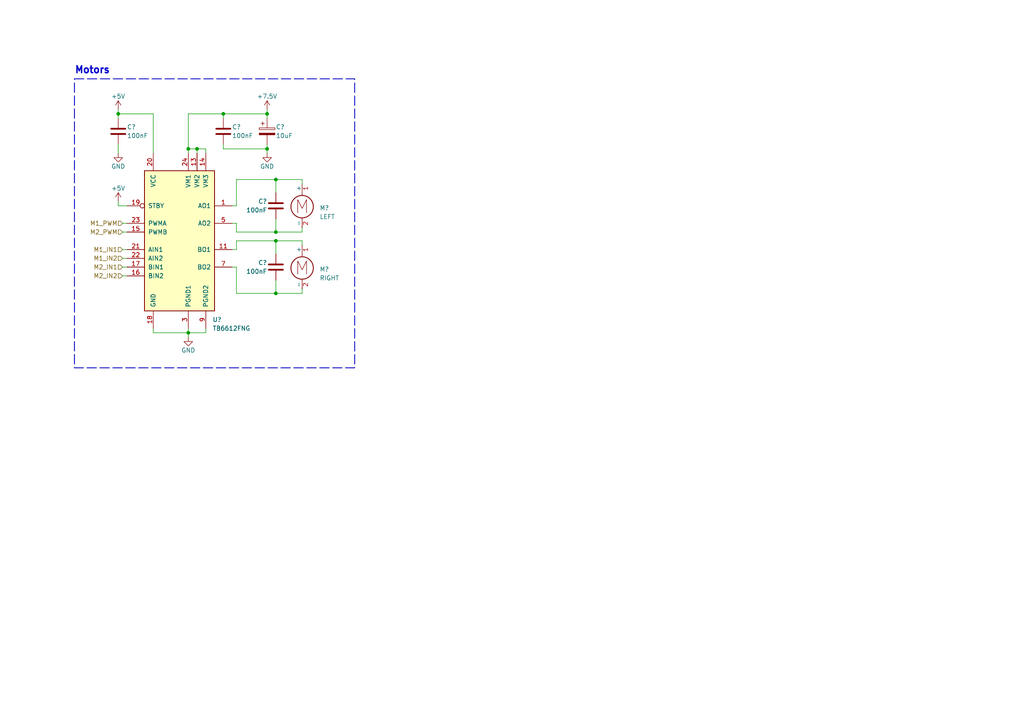
<source format=kicad_sch>
(kicad_sch (version 20230121) (generator eeschema)

  (uuid d4a918a1-7ba6-42fe-a85c-806dff285ce1)

  (paper "A4")

  (lib_symbols
    (symbol "Device:C" (pin_numbers hide) (pin_names (offset 0.254)) (in_bom yes) (on_board yes)
      (property "Reference" "C" (at 0.635 2.54 0)
        (effects (font (size 1.27 1.27)) (justify left))
      )
      (property "Value" "C" (at 0.635 -2.54 0)
        (effects (font (size 1.27 1.27)) (justify left))
      )
      (property "Footprint" "" (at 0.9652 -3.81 0)
        (effects (font (size 1.27 1.27)) hide)
      )
      (property "Datasheet" "~" (at 0 0 0)
        (effects (font (size 1.27 1.27)) hide)
      )
      (property "ki_keywords" "cap capacitor" (at 0 0 0)
        (effects (font (size 1.27 1.27)) hide)
      )
      (property "ki_description" "Unpolarized capacitor" (at 0 0 0)
        (effects (font (size 1.27 1.27)) hide)
      )
      (property "ki_fp_filters" "C_*" (at 0 0 0)
        (effects (font (size 1.27 1.27)) hide)
      )
      (symbol "C_0_1"
        (polyline
          (pts
            (xy -2.032 -0.762)
            (xy 2.032 -0.762)
          )
          (stroke (width 0.508) (type default))
          (fill (type none))
        )
        (polyline
          (pts
            (xy -2.032 0.762)
            (xy 2.032 0.762)
          )
          (stroke (width 0.508) (type default))
          (fill (type none))
        )
      )
      (symbol "C_1_1"
        (pin passive line (at 0 3.81 270) (length 2.794)
          (name "~" (effects (font (size 1.27 1.27))))
          (number "1" (effects (font (size 1.27 1.27))))
        )
        (pin passive line (at 0 -3.81 90) (length 2.794)
          (name "~" (effects (font (size 1.27 1.27))))
          (number "2" (effects (font (size 1.27 1.27))))
        )
      )
    )
    (symbol "Device:C_Polarized" (pin_numbers hide) (pin_names (offset 0.254)) (in_bom yes) (on_board yes)
      (property "Reference" "C" (at 0.635 2.54 0)
        (effects (font (size 1.27 1.27)) (justify left))
      )
      (property "Value" "C_Polarized" (at 0.635 -2.54 0)
        (effects (font (size 1.27 1.27)) (justify left))
      )
      (property "Footprint" "" (at 0.9652 -3.81 0)
        (effects (font (size 1.27 1.27)) hide)
      )
      (property "Datasheet" "~" (at 0 0 0)
        (effects (font (size 1.27 1.27)) hide)
      )
      (property "ki_keywords" "cap capacitor" (at 0 0 0)
        (effects (font (size 1.27 1.27)) hide)
      )
      (property "ki_description" "Polarized capacitor" (at 0 0 0)
        (effects (font (size 1.27 1.27)) hide)
      )
      (property "ki_fp_filters" "CP_*" (at 0 0 0)
        (effects (font (size 1.27 1.27)) hide)
      )
      (symbol "C_Polarized_0_1"
        (rectangle (start -2.286 0.508) (end 2.286 1.016)
          (stroke (width 0) (type default))
          (fill (type none))
        )
        (polyline
          (pts
            (xy -1.778 2.286)
            (xy -0.762 2.286)
          )
          (stroke (width 0) (type default))
          (fill (type none))
        )
        (polyline
          (pts
            (xy -1.27 2.794)
            (xy -1.27 1.778)
          )
          (stroke (width 0) (type default))
          (fill (type none))
        )
        (rectangle (start 2.286 -0.508) (end -2.286 -1.016)
          (stroke (width 0) (type default))
          (fill (type outline))
        )
      )
      (symbol "C_Polarized_1_1"
        (pin passive line (at 0 3.81 270) (length 2.794)
          (name "~" (effects (font (size 1.27 1.27))))
          (number "1" (effects (font (size 1.27 1.27))))
        )
        (pin passive line (at 0 -3.81 90) (length 2.794)
          (name "~" (effects (font (size 1.27 1.27))))
          (number "2" (effects (font (size 1.27 1.27))))
        )
      )
    )
    (symbol "Driver_Motor:TB6612FNG" (pin_names (offset 1.016)) (in_bom yes) (on_board yes)
      (property "Reference" "U" (at 11.43 17.78 0)
        (effects (font (size 1.27 1.27)) (justify left))
      )
      (property "Value" "TB6612FNG" (at 11.43 15.24 0)
        (effects (font (size 1.27 1.27)) (justify left))
      )
      (property "Footprint" "Package_SO:SSOP-24_5.3x8.2mm_P0.65mm" (at 33.02 -22.86 0)
        (effects (font (size 1.27 1.27)) hide)
      )
      (property "Datasheet" "https://toshiba.semicon-storage.com/us/product/linear/motordriver/detail.TB6612FNG.html" (at 11.43 15.24 0)
        (effects (font (size 1.27 1.27)) hide)
      )
      (property "ki_keywords" "H-bridge motor driver" (at 0 0 0)
        (effects (font (size 1.27 1.27)) hide)
      )
      (property "ki_description" "Driver IC for Dual DC motor, SSOP-24" (at 0 0 0)
        (effects (font (size 1.27 1.27)) hide)
      )
      (property "ki_fp_filters" "SSOP-24*5.3x8.2mm*P0.65mm*" (at 0 0 0)
        (effects (font (size 1.27 1.27)) hide)
      )
      (symbol "TB6612FNG_0_1"
        (rectangle (start -10.16 20.32) (end 10.16 -20.32)
          (stroke (width 0.254) (type default))
          (fill (type background))
        )
      )
      (symbol "TB6612FNG_1_1"
        (pin output line (at 15.24 10.16 180) (length 5.08)
          (name "AO1" (effects (font (size 1.27 1.27))))
          (number "1" (effects (font (size 1.27 1.27))))
        )
        (pin passive line (at 7.62 -25.4 90) (length 5.08) hide
          (name "PGND2" (effects (font (size 1.27 1.27))))
          (number "10" (effects (font (size 1.27 1.27))))
        )
        (pin output line (at 15.24 -2.54 180) (length 5.08)
          (name "BO1" (effects (font (size 1.27 1.27))))
          (number "11" (effects (font (size 1.27 1.27))))
        )
        (pin passive line (at 15.24 -2.54 180) (length 5.08) hide
          (name "BO1" (effects (font (size 1.27 1.27))))
          (number "12" (effects (font (size 1.27 1.27))))
        )
        (pin power_in line (at 5.08 25.4 270) (length 5.08)
          (name "VM2" (effects (font (size 1.27 1.27))))
          (number "13" (effects (font (size 1.27 1.27))))
        )
        (pin power_in line (at 7.62 25.4 270) (length 5.08)
          (name "VM3" (effects (font (size 1.27 1.27))))
          (number "14" (effects (font (size 1.27 1.27))))
        )
        (pin input line (at -15.24 2.54 0) (length 5.08)
          (name "PWMB" (effects (font (size 1.27 1.27))))
          (number "15" (effects (font (size 1.27 1.27))))
        )
        (pin input line (at -15.24 -10.16 0) (length 5.08)
          (name "BIN2" (effects (font (size 1.27 1.27))))
          (number "16" (effects (font (size 1.27 1.27))))
        )
        (pin input line (at -15.24 -7.62 0) (length 5.08)
          (name "BIN1" (effects (font (size 1.27 1.27))))
          (number "17" (effects (font (size 1.27 1.27))))
        )
        (pin power_in line (at -7.62 -25.4 90) (length 5.08)
          (name "GND" (effects (font (size 1.27 1.27))))
          (number "18" (effects (font (size 1.27 1.27))))
        )
        (pin input inverted (at -15.24 10.16 0) (length 5.08)
          (name "STBY" (effects (font (size 1.27 1.27))))
          (number "19" (effects (font (size 1.27 1.27))))
        )
        (pin passive line (at 15.24 10.16 180) (length 5.08) hide
          (name "AO1" (effects (font (size 1.27 1.27))))
          (number "2" (effects (font (size 1.27 1.27))))
        )
        (pin power_in line (at -7.62 25.4 270) (length 5.08)
          (name "VCC" (effects (font (size 1.27 1.27))))
          (number "20" (effects (font (size 1.27 1.27))))
        )
        (pin input line (at -15.24 -2.54 0) (length 5.08)
          (name "AIN1" (effects (font (size 1.27 1.27))))
          (number "21" (effects (font (size 1.27 1.27))))
        )
        (pin input line (at -15.24 -5.08 0) (length 5.08)
          (name "AIN2" (effects (font (size 1.27 1.27))))
          (number "22" (effects (font (size 1.27 1.27))))
        )
        (pin input line (at -15.24 5.08 0) (length 5.08)
          (name "PWMA" (effects (font (size 1.27 1.27))))
          (number "23" (effects (font (size 1.27 1.27))))
        )
        (pin power_in line (at 2.54 25.4 270) (length 5.08)
          (name "VM1" (effects (font (size 1.27 1.27))))
          (number "24" (effects (font (size 1.27 1.27))))
        )
        (pin power_in line (at 2.54 -25.4 90) (length 5.08)
          (name "PGND1" (effects (font (size 1.27 1.27))))
          (number "3" (effects (font (size 1.27 1.27))))
        )
        (pin passive line (at 2.54 -25.4 90) (length 5.08) hide
          (name "PGND1" (effects (font (size 1.27 1.27))))
          (number "4" (effects (font (size 1.27 1.27))))
        )
        (pin output line (at 15.24 5.08 180) (length 5.08)
          (name "AO2" (effects (font (size 1.27 1.27))))
          (number "5" (effects (font (size 1.27 1.27))))
        )
        (pin passive line (at 15.24 5.08 180) (length 5.08) hide
          (name "AO2" (effects (font (size 1.27 1.27))))
          (number "6" (effects (font (size 1.27 1.27))))
        )
        (pin output line (at 15.24 -7.62 180) (length 5.08)
          (name "BO2" (effects (font (size 1.27 1.27))))
          (number "7" (effects (font (size 1.27 1.27))))
        )
        (pin passive line (at 15.24 -7.62 180) (length 5.08) hide
          (name "BO2" (effects (font (size 1.27 1.27))))
          (number "8" (effects (font (size 1.27 1.27))))
        )
        (pin power_in line (at 7.62 -25.4 90) (length 5.08)
          (name "PGND2" (effects (font (size 1.27 1.27))))
          (number "9" (effects (font (size 1.27 1.27))))
        )
      )
    )
    (symbol "Motor:Motor_DC" (pin_names (offset 0)) (in_bom yes) (on_board yes)
      (property "Reference" "M" (at 2.54 2.54 0)
        (effects (font (size 1.27 1.27)) (justify left))
      )
      (property "Value" "Motor_DC" (at 2.54 -5.08 0)
        (effects (font (size 1.27 1.27)) (justify left top))
      )
      (property "Footprint" "" (at 0 -2.286 0)
        (effects (font (size 1.27 1.27)) hide)
      )
      (property "Datasheet" "~" (at 0 -2.286 0)
        (effects (font (size 1.27 1.27)) hide)
      )
      (property "ki_keywords" "DC Motor" (at 0 0 0)
        (effects (font (size 1.27 1.27)) hide)
      )
      (property "ki_description" "DC Motor" (at 0 0 0)
        (effects (font (size 1.27 1.27)) hide)
      )
      (property "ki_fp_filters" "PinHeader*P2.54mm* TerminalBlock*" (at 0 0 0)
        (effects (font (size 1.27 1.27)) hide)
      )
      (symbol "Motor_DC_0_0"
        (polyline
          (pts
            (xy -1.27 -3.302)
            (xy -1.27 0.508)
            (xy 0 -2.032)
            (xy 1.27 0.508)
            (xy 1.27 -3.302)
          )
          (stroke (width 0) (type default))
          (fill (type none))
        )
      )
      (symbol "Motor_DC_0_1"
        (circle (center 0 -1.524) (radius 3.2512)
          (stroke (width 0.254) (type default))
          (fill (type none))
        )
        (polyline
          (pts
            (xy 0 -7.62)
            (xy 0 -7.112)
          )
          (stroke (width 0) (type default))
          (fill (type none))
        )
        (polyline
          (pts
            (xy 0 -4.7752)
            (xy 0 -5.1816)
          )
          (stroke (width 0) (type default))
          (fill (type none))
        )
        (polyline
          (pts
            (xy 0 1.7272)
            (xy 0 2.0828)
          )
          (stroke (width 0) (type default))
          (fill (type none))
        )
        (polyline
          (pts
            (xy 0 2.032)
            (xy 0 2.54)
          )
          (stroke (width 0) (type default))
          (fill (type none))
        )
      )
      (symbol "Motor_DC_1_1"
        (pin passive line (at 0 5.08 270) (length 2.54)
          (name "+" (effects (font (size 1.27 1.27))))
          (number "1" (effects (font (size 1.27 1.27))))
        )
        (pin passive line (at 0 -7.62 90) (length 2.54)
          (name "-" (effects (font (size 1.27 1.27))))
          (number "2" (effects (font (size 1.27 1.27))))
        )
      )
    )
    (symbol "power:+5V" (power) (pin_names (offset 0)) (in_bom yes) (on_board yes)
      (property "Reference" "#PWR" (at 0 -3.81 0)
        (effects (font (size 1.27 1.27)) hide)
      )
      (property "Value" "+5V" (at 0 3.556 0)
        (effects (font (size 1.27 1.27)))
      )
      (property "Footprint" "" (at 0 0 0)
        (effects (font (size 1.27 1.27)) hide)
      )
      (property "Datasheet" "" (at 0 0 0)
        (effects (font (size 1.27 1.27)) hide)
      )
      (property "ki_keywords" "global power" (at 0 0 0)
        (effects (font (size 1.27 1.27)) hide)
      )
      (property "ki_description" "Power symbol creates a global label with name \"+5V\"" (at 0 0 0)
        (effects (font (size 1.27 1.27)) hide)
      )
      (symbol "+5V_0_1"
        (polyline
          (pts
            (xy -0.762 1.27)
            (xy 0 2.54)
          )
          (stroke (width 0) (type default))
          (fill (type none))
        )
        (polyline
          (pts
            (xy 0 0)
            (xy 0 2.54)
          )
          (stroke (width 0) (type default))
          (fill (type none))
        )
        (polyline
          (pts
            (xy 0 2.54)
            (xy 0.762 1.27)
          )
          (stroke (width 0) (type default))
          (fill (type none))
        )
      )
      (symbol "+5V_1_1"
        (pin power_in line (at 0 0 90) (length 0) hide
          (name "+5V" (effects (font (size 1.27 1.27))))
          (number "1" (effects (font (size 1.27 1.27))))
        )
      )
    )
    (symbol "power:+7.5V" (power) (pin_names (offset 0)) (in_bom yes) (on_board yes)
      (property "Reference" "#PWR" (at 0 -3.81 0)
        (effects (font (size 1.27 1.27)) hide)
      )
      (property "Value" "+7.5V" (at 0 3.556 0)
        (effects (font (size 1.27 1.27)))
      )
      (property "Footprint" "" (at 0 0 0)
        (effects (font (size 1.27 1.27)) hide)
      )
      (property "Datasheet" "" (at 0 0 0)
        (effects (font (size 1.27 1.27)) hide)
      )
      (property "ki_keywords" "global power" (at 0 0 0)
        (effects (font (size 1.27 1.27)) hide)
      )
      (property "ki_description" "Power symbol creates a global label with name \"+7.5V\"" (at 0 0 0)
        (effects (font (size 1.27 1.27)) hide)
      )
      (symbol "+7.5V_0_1"
        (polyline
          (pts
            (xy -0.762 1.27)
            (xy 0 2.54)
          )
          (stroke (width 0) (type default))
          (fill (type none))
        )
        (polyline
          (pts
            (xy 0 0)
            (xy 0 2.54)
          )
          (stroke (width 0) (type default))
          (fill (type none))
        )
        (polyline
          (pts
            (xy 0 2.54)
            (xy 0.762 1.27)
          )
          (stroke (width 0) (type default))
          (fill (type none))
        )
      )
      (symbol "+7.5V_1_1"
        (pin power_in line (at 0 0 90) (length 0) hide
          (name "+7.5V" (effects (font (size 1.27 1.27))))
          (number "1" (effects (font (size 1.27 1.27))))
        )
      )
    )
    (symbol "power:GND" (power) (pin_names (offset 0)) (in_bom yes) (on_board yes)
      (property "Reference" "#PWR" (at 0 -6.35 0)
        (effects (font (size 1.27 1.27)) hide)
      )
      (property "Value" "GND" (at 0 -3.81 0)
        (effects (font (size 1.27 1.27)))
      )
      (property "Footprint" "" (at 0 0 0)
        (effects (font (size 1.27 1.27)) hide)
      )
      (property "Datasheet" "" (at 0 0 0)
        (effects (font (size 1.27 1.27)) hide)
      )
      (property "ki_keywords" "global power" (at 0 0 0)
        (effects (font (size 1.27 1.27)) hide)
      )
      (property "ki_description" "Power symbol creates a global label with name \"GND\" , ground" (at 0 0 0)
        (effects (font (size 1.27 1.27)) hide)
      )
      (symbol "GND_0_1"
        (polyline
          (pts
            (xy 0 0)
            (xy 0 -1.27)
            (xy 1.27 -1.27)
            (xy 0 -2.54)
            (xy -1.27 -1.27)
            (xy 0 -1.27)
          )
          (stroke (width 0) (type default))
          (fill (type none))
        )
      )
      (symbol "GND_1_1"
        (pin power_in line (at 0 0 270) (length 0) hide
          (name "GND" (effects (font (size 1.27 1.27))))
          (number "1" (effects (font (size 1.27 1.27))))
        )
      )
    )
  )

  (junction (at 80.01 69.85) (diameter 0) (color 0 0 0 0)
    (uuid 05f17571-f3b8-48cc-82b6-22b5b4063c5f)
  )
  (junction (at 80.01 85.09) (diameter 0) (color 0 0 0 0)
    (uuid 2232432b-dac6-4895-9cac-dd1da28632b8)
  )
  (junction (at 77.47 33.02) (diameter 0) (color 0 0 0 0)
    (uuid 2953231a-91a1-4dd5-8ddc-e17e9a7b5946)
  )
  (junction (at 54.61 96.52) (diameter 0) (color 0 0 0 0)
    (uuid 31554c3e-d60b-40ce-8d71-57eebb5188ee)
  )
  (junction (at 54.61 43.18) (diameter 0) (color 0 0 0 0)
    (uuid 42208eb6-8534-4300-a3e3-59877c5b9d04)
  )
  (junction (at 80.01 52.07) (diameter 0) (color 0 0 0 0)
    (uuid 484693d3-f875-4c5a-82ca-6fd1b1d1613f)
  )
  (junction (at 64.77 33.02) (diameter 0) (color 0 0 0 0)
    (uuid 5fc63b2b-54d1-42f1-b744-a761c38a1d3d)
  )
  (junction (at 80.01 67.31) (diameter 0) (color 0 0 0 0)
    (uuid 66ab43c6-7de2-48b9-9657-df16dfee7353)
  )
  (junction (at 34.29 33.02) (diameter 0) (color 0 0 0 0)
    (uuid b559b033-28a0-43ff-81ad-756063db6fa9)
  )
  (junction (at 57.15 43.18) (diameter 0) (color 0 0 0 0)
    (uuid b6f1c0e1-81d3-4b49-9664-060f95f82b29)
  )
  (junction (at 77.47 43.18) (diameter 0) (color 0 0 0 0)
    (uuid cc85a0ff-d1fa-4924-952d-086f27a6ae17)
  )

  (wire (pts (xy 54.61 33.02) (xy 64.77 33.02))
    (stroke (width 0) (type default))
    (uuid 00ddb3ae-1629-4f04-a7b2-bd0bd0150992)
  )
  (wire (pts (xy 59.69 44.45) (xy 59.69 43.18))
    (stroke (width 0) (type default))
    (uuid 0837982a-b574-4d40-a5e5-c2fdfa4ebd79)
  )
  (wire (pts (xy 59.69 95.25) (xy 59.69 96.52))
    (stroke (width 0) (type default))
    (uuid 0a7dec63-c687-451b-8568-6ba91240e7b7)
  )
  (wire (pts (xy 87.63 69.85) (xy 87.63 71.12))
    (stroke (width 0) (type default))
    (uuid 0ab282af-3fcb-4189-b769-481109dd8000)
  )
  (wire (pts (xy 80.01 69.85) (xy 80.01 73.66))
    (stroke (width 0) (type default))
    (uuid 0dc69b4f-8dc3-4b8d-bb2a-bd47295d5af8)
  )
  (wire (pts (xy 80.01 85.09) (xy 87.63 85.09))
    (stroke (width 0) (type default))
    (uuid 154cb6a2-b323-4f86-ae5d-b124f1ca2308)
  )
  (wire (pts (xy 77.47 33.02) (xy 77.47 34.29))
    (stroke (width 0) (type default))
    (uuid 216dfe12-6ec8-4829-b66a-4aede74444a8)
  )
  (wire (pts (xy 54.61 95.25) (xy 54.61 96.52))
    (stroke (width 0) (type default))
    (uuid 2237bbec-6bba-4f12-95d1-681f1c5ade47)
  )
  (wire (pts (xy 64.77 34.29) (xy 64.77 33.02))
    (stroke (width 0) (type default))
    (uuid 2534da63-5e7a-4d8c-b7d6-e1cf7763c0cc)
  )
  (wire (pts (xy 34.29 31.75) (xy 34.29 33.02))
    (stroke (width 0) (type default))
    (uuid 2c6f71a8-2ba4-451a-ad0e-cee709b83f79)
  )
  (wire (pts (xy 80.01 69.85) (xy 87.63 69.85))
    (stroke (width 0) (type default))
    (uuid 2fd296cf-4909-4352-80fb-9bdfb6fe8e39)
  )
  (wire (pts (xy 34.29 59.69) (xy 36.83 59.69))
    (stroke (width 0) (type default))
    (uuid 396f964c-0ef2-47cc-9b8e-84687de504a1)
  )
  (wire (pts (xy 34.29 41.91) (xy 34.29 44.45))
    (stroke (width 0) (type default))
    (uuid 3a5a0046-039c-4cae-b873-15911aea116b)
  )
  (wire (pts (xy 68.58 64.77) (xy 68.58 67.31))
    (stroke (width 0) (type default))
    (uuid 3a63472a-332a-4b28-81a5-72a483c0b95d)
  )
  (wire (pts (xy 64.77 43.18) (xy 77.47 43.18))
    (stroke (width 0) (type default))
    (uuid 3d41a99d-7100-4c01-b604-3362ec003b3e)
  )
  (wire (pts (xy 35.56 67.31) (xy 36.83 67.31))
    (stroke (width 0) (type default))
    (uuid 40dc7fbc-cc6e-4359-8e1b-486dbb367588)
  )
  (wire (pts (xy 87.63 85.09) (xy 87.63 83.82))
    (stroke (width 0) (type default))
    (uuid 41cf6638-4e34-460f-ab8f-ff7a784fdde9)
  )
  (wire (pts (xy 68.58 72.39) (xy 68.58 69.85))
    (stroke (width 0) (type default))
    (uuid 45b4ba45-b4ca-47d0-9403-8ad52223f06e)
  )
  (wire (pts (xy 35.56 72.39) (xy 36.83 72.39))
    (stroke (width 0) (type default))
    (uuid 55e3a3e3-4dba-44e9-b657-5f49bb56b25f)
  )
  (wire (pts (xy 87.63 67.31) (xy 87.63 66.04))
    (stroke (width 0) (type default))
    (uuid 564c46be-0633-435c-a0c3-169e9e296ab1)
  )
  (wire (pts (xy 77.47 33.02) (xy 77.47 31.75))
    (stroke (width 0) (type default))
    (uuid 63f167f9-ad01-471e-baeb-b81eb413db68)
  )
  (wire (pts (xy 67.31 72.39) (xy 68.58 72.39))
    (stroke (width 0) (type default))
    (uuid 67561874-8de8-4cf4-8aec-669521a686dc)
  )
  (wire (pts (xy 80.01 67.31) (xy 87.63 67.31))
    (stroke (width 0) (type default))
    (uuid 6a9a1e0c-643f-470f-aede-88e7aede6b40)
  )
  (wire (pts (xy 67.31 64.77) (xy 68.58 64.77))
    (stroke (width 0) (type default))
    (uuid 787d65f8-cb98-43fa-97c4-ea5e05a11418)
  )
  (wire (pts (xy 77.47 43.18) (xy 77.47 44.45))
    (stroke (width 0) (type default))
    (uuid 79cef545-ea66-4855-ae05-f9fb4ffa8063)
  )
  (wire (pts (xy 57.15 43.18) (xy 54.61 43.18))
    (stroke (width 0) (type default))
    (uuid 8f72fa18-3fca-4ee1-a091-2ec81605bf7a)
  )
  (wire (pts (xy 64.77 33.02) (xy 77.47 33.02))
    (stroke (width 0) (type default))
    (uuid 910011db-bb6d-4faf-bc6f-878f287b0e8b)
  )
  (wire (pts (xy 80.01 52.07) (xy 80.01 55.88))
    (stroke (width 0) (type default))
    (uuid 9638924e-8977-418b-8705-9890b0820461)
  )
  (wire (pts (xy 68.58 59.69) (xy 68.58 52.07))
    (stroke (width 0) (type default))
    (uuid 9647bde6-7026-49e4-845c-286a5bd81b61)
  )
  (wire (pts (xy 44.45 95.25) (xy 44.45 96.52))
    (stroke (width 0) (type default))
    (uuid 9767369a-5a37-45f4-9d6c-e99ead37ca55)
  )
  (wire (pts (xy 59.69 43.18) (xy 57.15 43.18))
    (stroke (width 0) (type default))
    (uuid 989d4dd0-9e68-4371-842a-1b0d58f1c42b)
  )
  (wire (pts (xy 35.56 77.47) (xy 36.83 77.47))
    (stroke (width 0) (type default))
    (uuid a23ac93b-7344-4ee4-905b-5d7f60d29841)
  )
  (wire (pts (xy 35.56 74.93) (xy 36.83 74.93))
    (stroke (width 0) (type default))
    (uuid a414b712-9162-4231-a0df-62de877197d4)
  )
  (wire (pts (xy 34.29 58.42) (xy 34.29 59.69))
    (stroke (width 0) (type default))
    (uuid a57739c9-492a-4332-bb25-b6e8485c0e73)
  )
  (wire (pts (xy 80.01 63.5) (xy 80.01 67.31))
    (stroke (width 0) (type default))
    (uuid a67dcd43-da2a-4aa2-aab2-3cfd8c9484a8)
  )
  (wire (pts (xy 67.31 77.47) (xy 68.58 77.47))
    (stroke (width 0) (type default))
    (uuid a9dd4791-a55e-4e18-a277-02cac6a4cb1a)
  )
  (wire (pts (xy 54.61 96.52) (xy 54.61 97.79))
    (stroke (width 0) (type default))
    (uuid ad5b459b-dec0-45fa-a0df-6f51f9e33863)
  )
  (wire (pts (xy 68.58 69.85) (xy 80.01 69.85))
    (stroke (width 0) (type default))
    (uuid aee68b56-2306-49a5-a9db-29b858e1bf4e)
  )
  (wire (pts (xy 68.58 77.47) (xy 68.58 85.09))
    (stroke (width 0) (type default))
    (uuid aee85c5d-b2cd-457e-8e8c-0862df8e5107)
  )
  (wire (pts (xy 87.63 52.07) (xy 87.63 53.34))
    (stroke (width 0) (type default))
    (uuid af1aade2-3912-4afb-a54f-6b34b08d2195)
  )
  (wire (pts (xy 80.01 81.28) (xy 80.01 85.09))
    (stroke (width 0) (type default))
    (uuid b233cf6d-f0f0-457a-8167-923907b2b8b8)
  )
  (wire (pts (xy 67.31 59.69) (xy 68.58 59.69))
    (stroke (width 0) (type default))
    (uuid b37ed79f-7365-4165-8eaf-a3ebd5d7d76a)
  )
  (wire (pts (xy 44.45 33.02) (xy 44.45 44.45))
    (stroke (width 0) (type default))
    (uuid b3845336-ccb0-4ebc-a4b9-a39cdbcd927f)
  )
  (wire (pts (xy 35.56 64.77) (xy 36.83 64.77))
    (stroke (width 0) (type default))
    (uuid c0554274-d266-40b6-b20b-821865eadb5d)
  )
  (wire (pts (xy 64.77 41.91) (xy 64.77 43.18))
    (stroke (width 0) (type default))
    (uuid c29071db-3096-4806-bd1b-9da4b2c55608)
  )
  (wire (pts (xy 57.15 43.18) (xy 57.15 44.45))
    (stroke (width 0) (type default))
    (uuid c4eb865f-e285-410e-a9c1-88d3d5d5280a)
  )
  (wire (pts (xy 44.45 96.52) (xy 54.61 96.52))
    (stroke (width 0) (type default))
    (uuid ca1abc27-0568-4664-aab5-b7eb187c086d)
  )
  (wire (pts (xy 54.61 43.18) (xy 54.61 33.02))
    (stroke (width 0) (type default))
    (uuid cb78f2ce-82a9-411b-8ba7-55468e78a151)
  )
  (wire (pts (xy 34.29 33.02) (xy 34.29 34.29))
    (stroke (width 0) (type default))
    (uuid d5533979-2d6d-4441-915d-877eccee9054)
  )
  (wire (pts (xy 34.29 33.02) (xy 44.45 33.02))
    (stroke (width 0) (type default))
    (uuid d8daa13c-9e2d-4be8-9156-b78ca053db1c)
  )
  (wire (pts (xy 35.56 80.01) (xy 36.83 80.01))
    (stroke (width 0) (type default))
    (uuid da4878d2-2acf-456b-ba9a-414d4a4652e6)
  )
  (wire (pts (xy 68.58 67.31) (xy 80.01 67.31))
    (stroke (width 0) (type default))
    (uuid dc780433-8eb4-4a53-8b4d-d373170e1328)
  )
  (wire (pts (xy 80.01 52.07) (xy 87.63 52.07))
    (stroke (width 0) (type default))
    (uuid e4ddb7be-9114-4989-a833-adc6a0ca02bc)
  )
  (wire (pts (xy 68.58 85.09) (xy 80.01 85.09))
    (stroke (width 0) (type default))
    (uuid ed5d6643-28fa-43e7-90da-e20b1cc46f83)
  )
  (wire (pts (xy 77.47 41.91) (xy 77.47 43.18))
    (stroke (width 0) (type default))
    (uuid ee0700f1-e6cc-4754-8a76-88bb55127211)
  )
  (wire (pts (xy 68.58 52.07) (xy 80.01 52.07))
    (stroke (width 0) (type default))
    (uuid f4351532-d54a-4009-9b7f-3eec9aefaf32)
  )
  (wire (pts (xy 54.61 43.18) (xy 54.61 44.45))
    (stroke (width 0) (type default))
    (uuid fa82f089-2e8d-44fc-be07-9978e32b2cab)
  )
  (wire (pts (xy 59.69 96.52) (xy 54.61 96.52))
    (stroke (width 0) (type default))
    (uuid fbcf1365-4cbb-4f9f-816e-e7d1e4a266b3)
  )

  (rectangle (start 21.59 22.86) (end 102.87 106.68)
    (stroke (width 0.25) (type dash))
    (fill (type none))
    (uuid 830b9b69-f097-4592-9891-23b56c9bed64)
  )

  (text "Motors" (at 21.59 21.59 0)
    (effects (font (size 2 2) (thickness 0.4) bold) (justify left bottom))
    (uuid ba7c504f-5047-4dcb-929d-6d497a0c5863)
  )

  (hierarchical_label "M2_IN1" (shape input) (at 35.56 77.47 180) (fields_autoplaced)
    (effects (font (size 1.27 1.27)) (justify right))
    (uuid 15ffde2e-9e8f-46f0-9a15-108f6f4b352f)
  )
  (hierarchical_label "M1_IN2" (shape input) (at 35.56 74.93 180) (fields_autoplaced)
    (effects (font (size 1.27 1.27)) (justify right))
    (uuid 69662047-3fb0-46b9-b53b-64e58b78ce68)
  )
  (hierarchical_label "M2_PWM" (shape input) (at 35.56 67.31 180) (fields_autoplaced)
    (effects (font (size 1.27 1.27)) (justify right))
    (uuid 8f36660f-0c97-400a-9391-9bbb1dc81a7a)
  )
  (hierarchical_label "M1_IN1" (shape input) (at 35.56 72.39 180) (fields_autoplaced)
    (effects (font (size 1.27 1.27)) (justify right))
    (uuid 91814270-843b-4bd6-a6fa-d87ba9fc3196)
  )
  (hierarchical_label "M2_IN2" (shape input) (at 35.56 80.01 180) (fields_autoplaced)
    (effects (font (size 1.27 1.27)) (justify right))
    (uuid c4ab9043-e07d-4464-9da3-9c6b4a730e28)
  )
  (hierarchical_label "M1_PWM" (shape input) (at 35.56 64.77 180) (fields_autoplaced)
    (effects (font (size 1.27 1.27)) (justify right))
    (uuid e2a6461f-4739-4b30-89d1-431b07964239)
  )

  (symbol (lib_id "power:+5V") (at 34.29 31.75 0) (unit 1)
    (in_bom yes) (on_board yes) (dnp no) (fields_autoplaced)
    (uuid 0dad6f0d-1730-414c-a0d8-12a11af00c35)
    (property "Reference" "#PWR032" (at 34.29 35.56 0)
      (effects (font (size 1.27 1.27)) hide)
    )
    (property "Value" "+5V" (at 34.29 27.94 0)
      (effects (font (size 1.27 1.27)))
    )
    (property "Footprint" "" (at 34.29 31.75 0)
      (effects (font (size 1.27 1.27)) hide)
    )
    (property "Datasheet" "" (at 34.29 31.75 0)
      (effects (font (size 1.27 1.27)) hide)
    )
    (pin "1" (uuid 982153b3-4560-4077-ba1f-ff6968480bc7))
    (instances
      (project "Autko"
        (path "/8d5cfdec-de34-4148-9100-7125640c46f5/541574ca-21e4-445f-b8e2-ded2c59d3b8a"
          (reference "#PWR032") (unit 1)
        )
      )
    )
  )

  (symbol (lib_id "Motor:Motor_DC") (at 87.63 76.2 0) (unit 1)
    (in_bom yes) (on_board yes) (dnp no) (fields_autoplaced)
    (uuid 172cfdcf-f1ae-439f-ad27-d20259ccfdec)
    (property "Reference" "M?" (at 92.71 78.105 0)
      (effects (font (size 1.27 1.27)) (justify left))
    )
    (property "Value" "RIGHT" (at 92.71 80.645 0)
      (effects (font (size 1.27 1.27)) (justify left))
    )
    (property "Footprint" "" (at 87.63 78.486 0)
      (effects (font (size 1.27 1.27)) hide)
    )
    (property "Datasheet" "~" (at 87.63 78.486 0)
      (effects (font (size 1.27 1.27)) hide)
    )
    (pin "1" (uuid 5dea666a-6910-4e11-aa69-bc0bba214619))
    (pin "2" (uuid 2f197bab-d559-4748-a3b0-597ff9dcb04b))
    (instances
      (project "Autko"
        (path "/8d5cfdec-de34-4148-9100-7125640c46f5/541574ca-21e4-445f-b8e2-ded2c59d3b8a"
          (reference "M?") (unit 1)
        )
      )
    )
  )

  (symbol (lib_id "power:+5V") (at 34.29 58.42 0) (unit 1)
    (in_bom yes) (on_board yes) (dnp no) (fields_autoplaced)
    (uuid 38c1fd6e-5070-46be-b702-104915af8fd4)
    (property "Reference" "#PWR025" (at 34.29 62.23 0)
      (effects (font (size 1.27 1.27)) hide)
    )
    (property "Value" "+5V" (at 34.29 54.61 0)
      (effects (font (size 1.27 1.27)))
    )
    (property "Footprint" "" (at 34.29 58.42 0)
      (effects (font (size 1.27 1.27)) hide)
    )
    (property "Datasheet" "" (at 34.29 58.42 0)
      (effects (font (size 1.27 1.27)) hide)
    )
    (pin "1" (uuid 704ad3cd-b9d7-4025-aad8-feeb37dd65af))
    (instances
      (project "Autko"
        (path "/8d5cfdec-de34-4148-9100-7125640c46f5/541574ca-21e4-445f-b8e2-ded2c59d3b8a"
          (reference "#PWR025") (unit 1)
        )
      )
    )
  )

  (symbol (lib_id "Device:C") (at 34.29 38.1 0) (unit 1)
    (in_bom yes) (on_board yes) (dnp no)
    (uuid 7f240b1c-b0ed-4668-b745-5620fe3a3d8e)
    (property "Reference" "C?" (at 36.83 36.83 0)
      (effects (font (size 1.27 1.27)) (justify left))
    )
    (property "Value" "100nF" (at 36.83 39.37 0)
      (effects (font (size 1.27 1.27)) (justify left))
    )
    (property "Footprint" "" (at 35.2552 41.91 0)
      (effects (font (size 1.27 1.27)) hide)
    )
    (property "Datasheet" "~" (at 34.29 38.1 0)
      (effects (font (size 1.27 1.27)) hide)
    )
    (pin "1" (uuid d9610e92-78ff-4ac1-ba93-313e05794f36))
    (pin "2" (uuid c295f697-3350-42b0-a65d-66b03bf35df9))
    (instances
      (project "Autko"
        (path "/8d5cfdec-de34-4148-9100-7125640c46f5/541574ca-21e4-445f-b8e2-ded2c59d3b8a"
          (reference "C?") (unit 1)
        )
      )
    )
  )

  (symbol (lib_id "Device:C") (at 80.01 77.47 0) (mirror y) (unit 1)
    (in_bom yes) (on_board yes) (dnp no)
    (uuid 8155da31-79fc-4123-bb2a-59a780f45237)
    (property "Reference" "C?" (at 77.47 76.2 0)
      (effects (font (size 1.27 1.27)) (justify left))
    )
    (property "Value" "100nF" (at 77.47 78.74 0)
      (effects (font (size 1.27 1.27)) (justify left))
    )
    (property "Footprint" "" (at 79.0448 81.28 0)
      (effects (font (size 1.27 1.27)) hide)
    )
    (property "Datasheet" "~" (at 80.01 77.47 0)
      (effects (font (size 1.27 1.27)) hide)
    )
    (pin "1" (uuid d19dfa90-4e7c-4848-9a3f-b71ee6b02a47))
    (pin "2" (uuid 4b9d6cd4-baf7-44f3-8cbc-71dc71f9d50b))
    (instances
      (project "Autko"
        (path "/8d5cfdec-de34-4148-9100-7125640c46f5/541574ca-21e4-445f-b8e2-ded2c59d3b8a"
          (reference "C?") (unit 1)
        )
      )
    )
  )

  (symbol (lib_id "Driver_Motor:TB6612FNG") (at 52.07 69.85 0) (unit 1)
    (in_bom yes) (on_board yes) (dnp no) (fields_autoplaced)
    (uuid 9955b87e-aff9-46c1-bbd3-3292d3985dbe)
    (property "Reference" "U?" (at 61.6459 92.71 0)
      (effects (font (size 1.27 1.27)) (justify left))
    )
    (property "Value" "TB6612FNG" (at 61.6459 95.25 0)
      (effects (font (size 1.27 1.27)) (justify left))
    )
    (property "Footprint" "Package_SO:SSOP-24_5.3x8.2mm_P0.65mm" (at 85.09 92.71 0)
      (effects (font (size 1.27 1.27)) hide)
    )
    (property "Datasheet" "https://toshiba.semicon-storage.com/us/product/linear/motordriver/detail.TB6612FNG.html" (at 63.5 54.61 0)
      (effects (font (size 1.27 1.27)) hide)
    )
    (pin "1" (uuid d7e79a53-9af0-4881-a503-e9177b5b6f32))
    (pin "10" (uuid fe816a1d-48be-4f97-acf4-a9a046176bbd))
    (pin "11" (uuid 0db9eefa-a0b9-49ba-a957-fb139d00ae8f))
    (pin "12" (uuid 99a88d90-b5da-42dd-b36d-da943056139b))
    (pin "13" (uuid 37df402b-8753-4b3c-a291-1d967b178a79))
    (pin "14" (uuid 66d2bcf7-5eb8-4875-9775-ffee3026349a))
    (pin "15" (uuid 49dddd05-3a31-4246-82e3-d978ecd2af19))
    (pin "16" (uuid 805f4589-b262-44bd-a0b9-2aa7bc37a76f))
    (pin "17" (uuid c3df308f-bf11-4682-8122-ee93e5a13372))
    (pin "18" (uuid ebf005d8-f4b1-43c6-a99d-6faf3e80239f))
    (pin "19" (uuid 95ce0578-49c1-4497-8aae-8f26e572d41e))
    (pin "2" (uuid c48a371e-81db-4be2-87cd-3222699f41e7))
    (pin "20" (uuid 4a4a9320-dd50-4600-a110-d6a0eea07637))
    (pin "21" (uuid 2153dcf6-dff2-4580-b4f1-995b11daea36))
    (pin "22" (uuid 9df7b90c-d893-4980-8e7e-1bd9a0e653a5))
    (pin "23" (uuid 0aceefcf-5bcc-4d88-8530-74a2d9d1670e))
    (pin "24" (uuid b9d1ce24-a5e0-473b-8b06-eea65e57e9e7))
    (pin "3" (uuid 40685b25-d802-405a-962f-8759e37d124a))
    (pin "4" (uuid 9c9fc783-4410-4a83-b6ba-221fd4510f8e))
    (pin "5" (uuid 29c954fd-5eb3-4ed5-9b8d-d640e6180dde))
    (pin "6" (uuid a05f8e63-ba5f-4f45-b601-bcfd01580e05))
    (pin "7" (uuid 3d4b0574-5333-4f47-8454-2b13de007d1b))
    (pin "8" (uuid 22ed2cb1-2fa3-4ebe-9362-03987a1264dd))
    (pin "9" (uuid 8fdefc5e-2245-4b56-ac2f-28688de6f8ab))
    (instances
      (project "Autko"
        (path "/8d5cfdec-de34-4148-9100-7125640c46f5/541574ca-21e4-445f-b8e2-ded2c59d3b8a"
          (reference "U?") (unit 1)
        )
      )
    )
  )

  (symbol (lib_id "power:GND") (at 77.47 44.45 0) (unit 1)
    (in_bom yes) (on_board yes) (dnp no)
    (uuid 99713a52-e85f-47d8-980b-54abac1e90bc)
    (property "Reference" "#PWR044" (at 77.47 50.8 0)
      (effects (font (size 1.27 1.27)) hide)
    )
    (property "Value" "GND" (at 77.47 48.26 0)
      (effects (font (size 1.27 1.27)))
    )
    (property "Footprint" "" (at 77.47 44.45 0)
      (effects (font (size 1.27 1.27)) hide)
    )
    (property "Datasheet" "" (at 77.47 44.45 0)
      (effects (font (size 1.27 1.27)) hide)
    )
    (pin "1" (uuid 89cb037d-ac44-4966-822c-32b4e26e7bad))
    (instances
      (project "Autko"
        (path "/8d5cfdec-de34-4148-9100-7125640c46f5/541574ca-21e4-445f-b8e2-ded2c59d3b8a"
          (reference "#PWR044") (unit 1)
        )
      )
    )
  )

  (symbol (lib_id "power:+7.5V") (at 77.47 31.75 0) (unit 1)
    (in_bom yes) (on_board yes) (dnp no) (fields_autoplaced)
    (uuid a7b4b792-6b04-4b60-910f-578a49135351)
    (property "Reference" "#PWR033" (at 77.47 35.56 0)
      (effects (font (size 1.27 1.27)) hide)
    )
    (property "Value" "+7.5V" (at 77.47 27.94 0)
      (effects (font (size 1.27 1.27)))
    )
    (property "Footprint" "" (at 77.47 31.75 0)
      (effects (font (size 1.27 1.27)) hide)
    )
    (property "Datasheet" "" (at 77.47 31.75 0)
      (effects (font (size 1.27 1.27)) hide)
    )
    (pin "1" (uuid 1b745fc8-313f-41f2-856f-c117bacb43e8))
    (instances
      (project "Autko"
        (path "/8d5cfdec-de34-4148-9100-7125640c46f5/541574ca-21e4-445f-b8e2-ded2c59d3b8a"
          (reference "#PWR033") (unit 1)
        )
      )
    )
  )

  (symbol (lib_id "Device:C") (at 80.01 59.69 0) (mirror y) (unit 1)
    (in_bom yes) (on_board yes) (dnp no)
    (uuid afe0e316-3729-4372-9604-d8a817c56b00)
    (property "Reference" "C?" (at 77.47 58.42 0)
      (effects (font (size 1.27 1.27)) (justify left))
    )
    (property "Value" "100nF" (at 77.47 60.96 0)
      (effects (font (size 1.27 1.27)) (justify left))
    )
    (property "Footprint" "" (at 79.0448 63.5 0)
      (effects (font (size 1.27 1.27)) hide)
    )
    (property "Datasheet" "~" (at 80.01 59.69 0)
      (effects (font (size 1.27 1.27)) hide)
    )
    (pin "1" (uuid f9a65e4b-a1bb-4d94-816d-c6a2807cd713))
    (pin "2" (uuid f5755ce3-81ae-460d-b732-6f66c9324b7a))
    (instances
      (project "Autko"
        (path "/8d5cfdec-de34-4148-9100-7125640c46f5/541574ca-21e4-445f-b8e2-ded2c59d3b8a"
          (reference "C?") (unit 1)
        )
      )
    )
  )

  (symbol (lib_id "Device:C") (at 64.77 38.1 0) (unit 1)
    (in_bom yes) (on_board yes) (dnp no)
    (uuid ba27d6e0-6d0b-43ce-b755-0860d2d2fdf0)
    (property "Reference" "C?" (at 67.31 36.83 0)
      (effects (font (size 1.27 1.27)) (justify left))
    )
    (property "Value" "100nF" (at 67.31 39.37 0)
      (effects (font (size 1.27 1.27)) (justify left))
    )
    (property "Footprint" "" (at 65.7352 41.91 0)
      (effects (font (size 1.27 1.27)) hide)
    )
    (property "Datasheet" "~" (at 64.77 38.1 0)
      (effects (font (size 1.27 1.27)) hide)
    )
    (pin "1" (uuid 5cf36910-c422-44ea-ae05-4b9ab567c592))
    (pin "2" (uuid 6a452daf-747f-4b55-bca2-f5e28d067afc))
    (instances
      (project "Autko"
        (path "/8d5cfdec-de34-4148-9100-7125640c46f5/541574ca-21e4-445f-b8e2-ded2c59d3b8a"
          (reference "C?") (unit 1)
        )
      )
    )
  )

  (symbol (lib_id "power:GND") (at 34.29 44.45 0) (unit 1)
    (in_bom yes) (on_board yes) (dnp no)
    (uuid e44b0920-d419-4e39-bc27-28fefdde5f01)
    (property "Reference" "#PWR026" (at 34.29 50.8 0)
      (effects (font (size 1.27 1.27)) hide)
    )
    (property "Value" "GND" (at 34.29 48.26 0)
      (effects (font (size 1.27 1.27)))
    )
    (property "Footprint" "" (at 34.29 44.45 0)
      (effects (font (size 1.27 1.27)) hide)
    )
    (property "Datasheet" "" (at 34.29 44.45 0)
      (effects (font (size 1.27 1.27)) hide)
    )
    (pin "1" (uuid 195fabeb-3ab1-47a7-9d11-289dfbcedfcb))
    (instances
      (project "Autko"
        (path "/8d5cfdec-de34-4148-9100-7125640c46f5/541574ca-21e4-445f-b8e2-ded2c59d3b8a"
          (reference "#PWR026") (unit 1)
        )
      )
    )
  )

  (symbol (lib_id "power:GND") (at 54.61 97.79 0) (unit 1)
    (in_bom yes) (on_board yes) (dnp no)
    (uuid e88f28de-fca5-45b6-8fda-3035bf9bdc14)
    (property "Reference" "#PWR045" (at 54.61 104.14 0)
      (effects (font (size 1.27 1.27)) hide)
    )
    (property "Value" "GND" (at 54.61 101.6 0)
      (effects (font (size 1.27 1.27)))
    )
    (property "Footprint" "" (at 54.61 97.79 0)
      (effects (font (size 1.27 1.27)) hide)
    )
    (property "Datasheet" "" (at 54.61 97.79 0)
      (effects (font (size 1.27 1.27)) hide)
    )
    (pin "1" (uuid f80574f6-444b-4197-9325-a07ec5162930))
    (instances
      (project "Autko"
        (path "/8d5cfdec-de34-4148-9100-7125640c46f5/541574ca-21e4-445f-b8e2-ded2c59d3b8a"
          (reference "#PWR045") (unit 1)
        )
      )
    )
  )

  (symbol (lib_id "Device:C_Polarized") (at 77.47 38.1 0) (unit 1)
    (in_bom yes) (on_board yes) (dnp no)
    (uuid ebcd37a8-5dc9-43d3-b8ff-316c5ee40ed3)
    (property "Reference" "C?" (at 80.01 36.83 0)
      (effects (font (size 1.27 1.27)) (justify left))
    )
    (property "Value" "10uF" (at 80.01 39.37 0)
      (effects (font (size 1.27 1.27)) (justify left))
    )
    (property "Footprint" "" (at 78.4352 41.91 0)
      (effects (font (size 1.27 1.27)) hide)
    )
    (property "Datasheet" "~" (at 77.47 38.1 0)
      (effects (font (size 1.27 1.27)) hide)
    )
    (pin "1" (uuid f117d924-48df-4e6b-abc2-f38dc772e79b))
    (pin "2" (uuid 90a39133-4d9d-4d03-8252-4a12422f995b))
    (instances
      (project "Autko"
        (path "/8d5cfdec-de34-4148-9100-7125640c46f5/541574ca-21e4-445f-b8e2-ded2c59d3b8a"
          (reference "C?") (unit 1)
        )
      )
    )
  )

  (symbol (lib_id "Motor:Motor_DC") (at 87.63 58.42 0) (unit 1)
    (in_bom yes) (on_board yes) (dnp no) (fields_autoplaced)
    (uuid fc0647f2-640f-4ea5-ac29-a0188acb33b9)
    (property "Reference" "M?" (at 92.71 60.325 0)
      (effects (font (size 1.27 1.27)) (justify left))
    )
    (property "Value" "LEFT" (at 92.71 62.865 0)
      (effects (font (size 1.27 1.27)) (justify left))
    )
    (property "Footprint" "" (at 87.63 60.706 0)
      (effects (font (size 1.27 1.27)) hide)
    )
    (property "Datasheet" "~" (at 87.63 60.706 0)
      (effects (font (size 1.27 1.27)) hide)
    )
    (pin "1" (uuid c945f5d8-a7ed-42b3-8681-c85d7be949eb))
    (pin "2" (uuid 0ad53209-da5c-4c55-8bec-6ab7fb107812))
    (instances
      (project "Autko"
        (path "/8d5cfdec-de34-4148-9100-7125640c46f5/541574ca-21e4-445f-b8e2-ded2c59d3b8a"
          (reference "M?") (unit 1)
        )
      )
    )
  )
)

</source>
